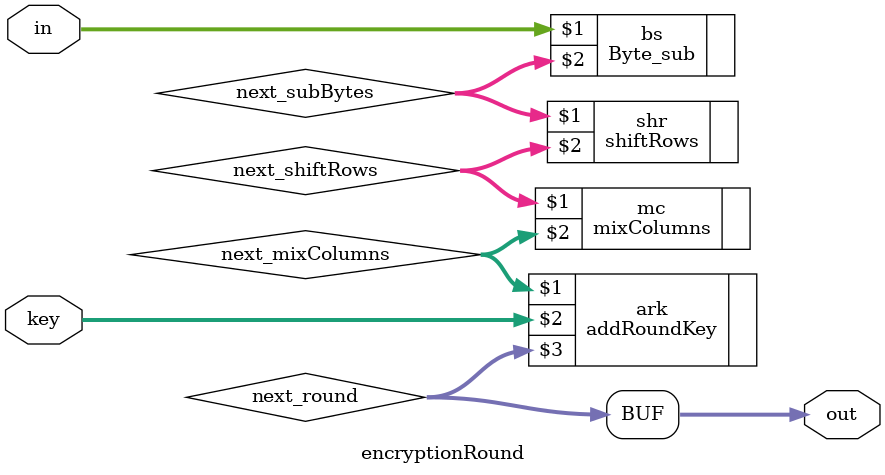
<source format=v>
module encryptionRound#(parameter B = 128, parameter Nr = 10, parameter Nk = 4)(in,key,out);

input[0:127] in;
input[0:127] key;
output[0:127] out;

wire[0:127] next_subBytes;
wire[0:127] next_shiftRows;
wire[0:127] next_mixColumns;
wire[0:127] next_round;


Byte_sub bs (in, next_subBytes);
shiftRows shr (next_subBytes, next_shiftRows);
mixColumns mc (next_shiftRows, next_mixColumns);
addRoundKey ark (next_mixColumns, key, next_round);

assign out = next_round;
endmodule
</source>
